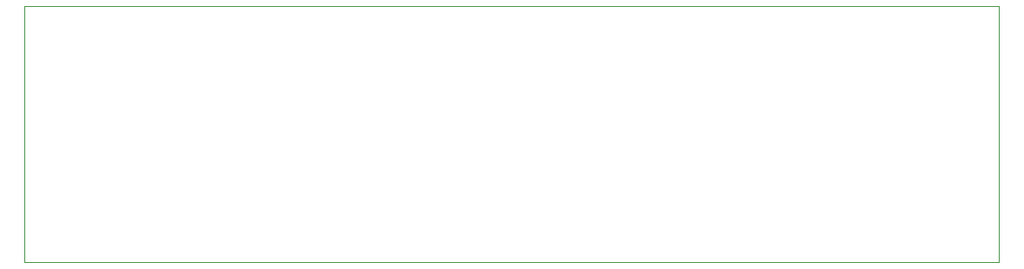
<source format=gbr>
G04 #@! TF.GenerationSoftware,KiCad,Pcbnew,5.1.5-52549c5~84~ubuntu18.04.1*
G04 #@! TF.CreationDate,2020-03-23T11:13:26-04:00*
G04 #@! TF.ProjectId,Mikrokosmos,4d696b72-6f6b-46f7-936d-6f732e6b6963,rev?*
G04 #@! TF.SameCoordinates,Original*
G04 #@! TF.FileFunction,Profile,NP*
%FSLAX46Y46*%
G04 Gerber Fmt 4.6, Leading zero omitted, Abs format (unit mm)*
G04 Created by KiCad (PCBNEW 5.1.5-52549c5~84~ubuntu18.04.1) date 2020-03-23 11:13:26*
%MOMM*%
%LPD*%
G04 APERTURE LIST*
%ADD10C,0.050000*%
G04 APERTURE END LIST*
D10*
X195000000Y-100000000D02*
X100000000Y-100000000D01*
X195000000Y-125000000D02*
X195000000Y-100000000D01*
X100000000Y-125000000D02*
X195000000Y-125000000D01*
X100000000Y-100000000D02*
X100000000Y-125000000D01*
M02*

</source>
